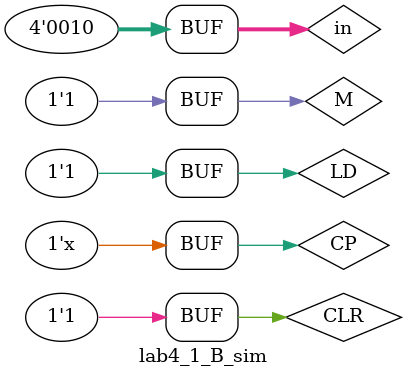
<source format=v>
`timescale 1ns / 1ps



module lab4_1_B_sim
(
);
    reg  [3:0] in;
    wire  [3:0] Q;
    reg CP, M, CLR, LD;
    wire Qcc; // out pluse
    initial begin // set init val
        CP = 0; 
        in<=4'b0010;
        M<=1;
        CLR<=1;
        LD<=1;
    end
    initial begin   // set triger
            #25 LD = 0; // output directly
            #45 LD = 1;
            #65 CLR = 0;//set 0
            #85 CLR = 1;
    end
        always #10 CP = ~CP; 
    mod8_counter mod8_counter_test
        (
        .in(in),
        .clk(CP),
        .CLR(CLR),
        .LD(LD),
        .M(M),
        .Q(Q),
        .Qcc(Qcc)
        );
endmodule

</source>
